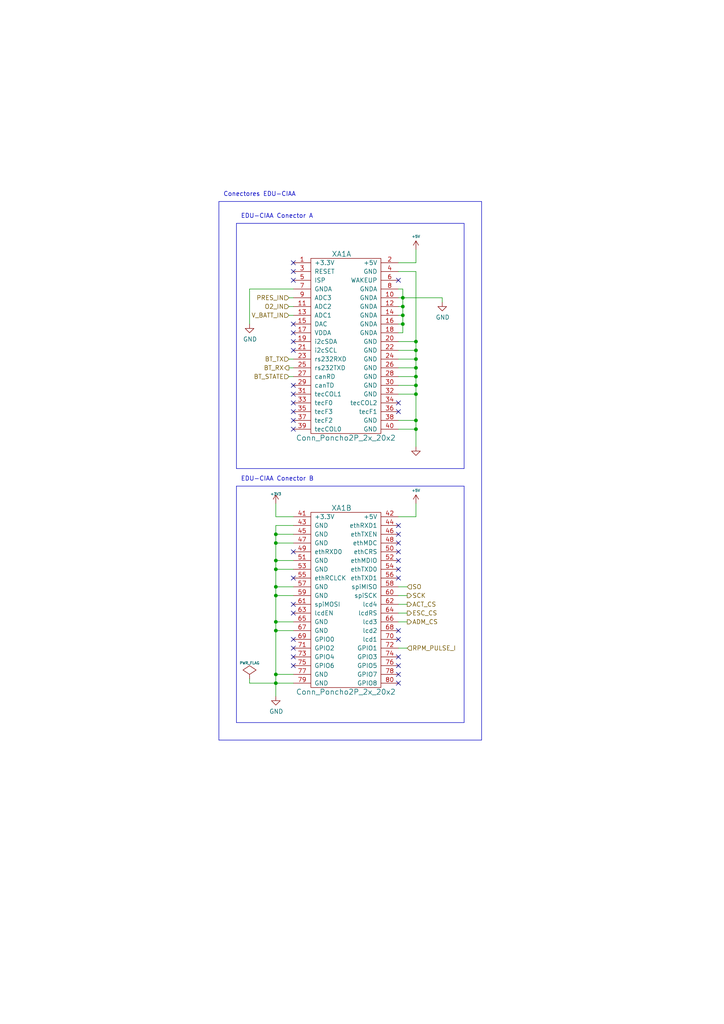
<source format=kicad_sch>
(kicad_sch (version 20230121) (generator eeschema)
  (paper "A4" portrait)
  (title_block (title "Conectores EDU-CIAA") (date "2021-12-19") (rev "1.0") (company "Autor: Ignacio Moya") (comment 1 "Especialización en Sistemas Embebidos 2021 - FIUBA"))
  (lib_symbols
    (symbol "basico-rescue:+3.3V" (power) (pin_names (offset 0))
      (property "Value" "+3.3V" (at 0 3.556 0))
      (symbol "+3.3V_0_1"
        (polyline (pts (xy -0.762 1.27) (xy 0 2.54)))
        (polyline (pts (xy 0 0) (xy 0 2.54)))
        (polyline (pts (xy 0 2.54) (xy 0.762 1.27)))
      )
      (symbol "+3.3V_1_1"
        (pin power_in line (at 0 0 90) (length 0) hide (name "+3V3") (number "1"))
      )
    )
    (symbol "basico-rescue:+5V" (power) (pin_names (offset 0))
      (property "Value" "+5V" (at 0 3.556 0))
      (symbol "+5V_0_1"
        (polyline (pts (xy -0.762 1.27) (xy 0 2.54)))
        (polyline (pts (xy 0 0) (xy 0 2.54)))
        (polyline (pts (xy 0 2.54) (xy 0.762 1.27)))
      )
      (symbol "+5V_1_1"
        (pin power_in line (at 0 0 90) (length 0) hide (name "+5V") (number "1"))
      )
    )
    (symbol "basico-rescue:Conn_Poncho2P_2x_20x2" (pin_names (offset 1.016))
      (property "Reference" "XA" (at 7.62 10.16 0))
      (property "Value" "Conn_Poncho2P_2x_20x2" (at 8.89 -43.18 0))
      (symbol "Conn_Poncho2P_2x_20x2_0_1"
        (rectangle (start -1.27 8.89) (end 19.05 -41.91))
      )
      (symbol "Conn_Poncho2P_2x_20x2_1_1"
        (pin power_out line (at -6.35 7.62 0) (length 5.08) (name "+3.3V") (number "1"))
        (pin passive line (at 24.13 -2.54 180) (length 5.08) (name "GNDA") (number "10"))
        (pin passive line (at -6.35 -5.08 0) (length 5.08) (name "ADC2") (number "11"))
        (pin passive line (at 24.13 -5.08 180) (length 5.08) (name "GNDA") (number "12"))
        (pin passive line (at -6.35 -7.62 0) (length 5.08) (name "ADC1") (number "13"))
        (pin passive line (at 24.13 -7.62 180) (length 5.08) (name "GNDA") (number "14"))
        (pin passive line (at -6.35 -10.16 0) (length 5.08) (name "DAC") (number "15"))
        (pin passive line (at 24.13 -10.16 180) (length 5.08) (name "GNDA") (number "16"))
        (pin power_out line (at -6.35 -12.7 0) (length 5.08) (name "VDDA") (number "17"))
        (pin passive line (at 24.13 -12.7 180) (length 5.08) (name "GNDA") (number "18"))
        (pin passive line (at -6.35 -15.24 0) (length 5.08) (name "i2cSDA") (number "19"))
        (pin power_out line (at 24.13 7.62 180) (length 5.08) (name "+5V") (number "2"))
        (pin passive line (at 24.13 -15.24 180) (length 5.08) (name "GND") (number "20"))
        (pin passive line (at -6.35 -17.78 0) (length 5.08) (name "i2cSCL") (number "21"))
        (pin passive line (at 24.13 -17.78 180) (length 5.08) (name "GND") (number "22"))
        (pin passive line (at -6.35 -20.32 0) (length 5.08) (name "rs232RXD") (number "23"))
        (pin passive line (at 24.13 -20.32 180) (length 5.08) (name "GND") (number "24"))
        (pin passive line (at -6.35 -22.86 0) (length 5.08) (name "rs232TXD") (number "25"))
        (pin passive line (at 24.13 -22.86 180) (length 5.08) (name "GND") (number "26"))
        (pin passive line (at -6.35 -25.4 0) (length 5.08) (name "canRD") (number "27"))
        (pin passive line (at 24.13 -25.4 180) (length 5.08) (name "GND") (number "28"))
        (pin passive line (at -6.35 -27.94 0) (length 5.08) (name "canTD") (number "29"))
        (pin input line (at -6.35 5.08 0) (length 5.08) (name "RESET") (number "3"))
        (pin passive line (at 24.13 -27.94 180) (length 5.08) (name "GND") (number "30"))
        (pin passive line (at -6.35 -30.48 0) (length 5.08) (name "tecCOL1") (number "31"))
        (pin passive line (at 24.13 -30.48 180) (length 5.08) (name "GND") (number "32"))
        (pin passive line (at -6.35 -33.02 0) (length 5.08) (name "tecF0") (number "33"))
        (pin passive line (at 24.13 -33.02 180) (length 5.08) (name "tecCOL2") (number "34"))
        (pin passive line (at -6.35 -35.56 0) (length 5.08) (name "tecF3") (number "35"))
        (pin passive line (at 24.13 -35.56 180) (length 5.08) (name "tecF1") (number "36"))
        (pin passive line (at -6.35 -38.1 0) (length 5.08) (name "tecF2") (number "37"))
        (pin passive line (at 24.13 -38.1 180) (length 5.08) (name "GND") (number "38"))
        (pin passive line (at -6.35 -40.64 0) (length 5.08) (name "tecCOL0") (number "39"))
        (pin passive line (at 24.13 5.08 180) (length 5.08) (name "GND") (number "4"))
        (pin passive line (at 24.13 -40.64 180) (length 5.08) (name "GND") (number "40"))
        (pin passive line (at -6.35 2.54 0) (length 5.08) (name "ISP") (number "5"))
        (pin input line (at 24.13 2.54 180) (length 5.08) (name "WAKEUP") (number "6"))
        (pin passive line (at -6.35 0 0) (length 5.08) (name "GNDA") (number "7"))
        (pin passive line (at 24.13 0 180) (length 5.08) (name "GNDA") (number "8"))
        (pin passive line (at -6.35 -2.54 0) (length 5.08) (name "ADC3") (number "9"))
      )
      (symbol "Conn_Poncho2P_2x_20x2_2_1"
        (pin power_out line (at -6.35 7.62 0) (length 5.08) (name "+3.3V") (number "41"))
        (pin power_out line (at 24.13 7.62 180) (length 5.08) (name "+5V") (number "42"))
        (pin passive line (at -6.35 5.08 0) (length 5.08) (name "GND") (number "43"))
        (pin passive line (at 24.13 5.08 180) (length 5.08) (name "ethRXD1") (number "44"))
        (pin passive line (at -6.35 2.54 0) (length 5.08) (name "GND") (number "45"))
        (pin passive line (at 24.13 2.54 180) (length 5.08) (name "ethTXEN") (number "46"))
        (pin passive line (at -6.35 0 0) (length 5.08) (name "GND") (number "47"))
        (pin passive line (at 24.13 0 180) (length 5.08) (name "ethMDC") (number "48"))
        (pin passive line (at -6.35 -2.54 0) (length 5.08) (name "ethRXD0") (number "49"))
        (pin passive line (at 24.13 -2.54 180) (length 5.08) (name "ethCRS") (number "50"))
        (pin passive line (at -6.35 -5.08 0) (length 5.08) (name "GND") (number "51"))
        (pin passive line (at 24.13 -5.08 180) (length 5.08) (name "ethMDIO") (number "52"))
        (pin passive line (at -6.35 -7.62 0) (length 5.08) (name "GND") (number "53"))
        (pin passive line (at 24.13 -7.62 180) (length 5.08) (name "ethTXD0") (number "54"))
        (pin passive line (at -6.35 -10.16 0) (length 5.08) (name "ethRCLCK") (number "55"))
        (pin passive line (at 24.13 -10.16 180) (length 5.08) (name "ethTXD1") (number "56"))
        (pin passive line (at -6.35 -12.7 0) (length 5.08) (name "GND") (number "57"))
        (pin passive line (at 24.13 -12.7 180) (length 5.08) (name "spiMISO") (number "58"))
        (pin passive line (at -6.35 -15.24 0) (length 5.08) (name "GND") (number "59"))
        (pin passive line (at 24.13 -15.24 180) (length 5.08) (name "spiSCK") (number "60"))
        (pin passive line (at -6.35 -17.78 0) (length 5.08) (name "spiMOSI") (number "61"))
        (pin passive line (at 24.13 -17.78 180) (length 5.08) (name "lcd4") (number "62"))
        (pin passive line (at -6.35 -20.32 0) (length 5.08) (name "lcdEN") (number "63"))
        (pin passive line (at 24.13 -20.32 180) (length 5.08) (name "lcdRS") (number "64"))
        (pin passive line (at -6.35 -22.86 0) (length 5.08) (name "GND") (number "65"))
        (pin passive line (at 24.13 -22.86 180) (length 5.08) (name "lcd3") (number "66"))
        (pin passive line (at -6.35 -25.4 0) (length 5.08) (name "GND") (number "67"))
        (pin passive line (at 24.13 -25.4 180) (length 5.08) (name "lcd2") (number "68"))
        (pin passive line (at -6.35 -27.94 0) (length 5.08) (name "GPIO0") (number "69"))
        (pin passive line (at 24.13 -27.94 180) (length 5.08) (name "lcd1") (number "70"))
        (pin passive line (at -6.35 -30.48 0) (length 5.08) (name "GPIO2") (number "71"))
        (pin passive line (at 24.13 -30.48 180) (length 5.08) (name "GPIO1") (number "72"))
        (pin passive line (at -6.35 -33.02 0) (length 5.08) (name "GPIO4") (number "73"))
        (pin passive line (at 24.13 -33.02 180) (length 5.08) (name "GPIO3") (number "74"))
        (pin passive line (at -6.35 -35.56 0) (length 5.08) (name "GPIO6") (number "75"))
        (pin passive line (at 24.13 -35.56 180) (length 5.08) (name "GPIO5") (number "76"))
        (pin passive line (at -6.35 -38.1 0) (length 5.08) (name "GND") (number "77"))
        (pin passive line (at 24.13 -38.1 180) (length 5.08) (name "GPIO7") (number "78"))
        (pin passive line (at -6.35 -40.64 0) (length 5.08) (name "GND") (number "79"))
        (pin passive line (at 24.13 -40.64 180) (length 5.08) (name "GPIO8") (number "80"))
      )
    )
    (symbol "basico-rescue:GND" (power) (pin_names (offset 0))
      (property "Value" "GND" (at 0 -3.81 0))
      (symbol "GND_0_1"
        (polyline (pts (xy 0 0) (xy 0 -1.27) (xy 1.27 -1.27) (xy 0 -2.54) (xy -1.27 -1.27) (xy 0 -1.27)))
      )
      (symbol "GND_1_1"
        (pin power_in line (at 0 0 270) (length 0) hide (name "GND") (number "1"))
      )
    )
    (symbol "basico-rescue:PWR_FLAG" (power) (pin_numbers hide) (pin_names (offset 0) hide)
      (property "Value" "PWR_FLAG" (at 0 4.572 0))
      (symbol "PWR_FLAG_0_0"
        (pin power_out line (at 0 0 90) (length 0) (name "pwr") (number "1"))
      )
      (symbol "PWR_FLAG_0_1"
        (polyline (pts (xy 0 0) (xy 0 1.27) (xy -1.905 2.54) (xy 0 3.81) (xy 1.905 2.54) (xy 0 1.27)))
      )
    )
  )
  (junction (at 80.01 182.88))
  (junction (at 80.01 195.58))
  (junction (at 120.65 99.06))
  (junction (at 120.65 104.14))
  (junction (at 80.01 165.1))
  (junction (at 80.01 198.12))
  (junction (at 120.65 124.46))
  (junction (at 116.84 86.36))
  (junction (at 116.84 91.44))
  (junction (at 80.01 172.72))
  (junction (at 120.65 106.68))
  (junction (at 120.65 109.22))
  (junction (at 120.65 111.76))
  (junction (at 80.01 154.94))
  (junction (at 80.01 180.34))
  (junction (at 120.65 101.6))
  (junction (at 120.65 114.3))
  (junction (at 80.01 170.18))
  (junction (at 80.01 157.48))
  (junction (at 116.84 88.9))
  (junction (at 120.65 121.92))
  (junction (at 80.01 162.56))
  (junction (at 116.84 93.98))
  (no_connect (at 85.09 96.52))
  (no_connect (at 115.57 160.02))
  (no_connect (at 85.09 81.28))
  (no_connect (at 85.09 116.84))
  (no_connect (at 115.57 198.12))
  (no_connect (at 115.57 195.58))
  (no_connect (at 85.09 114.3))
  (no_connect (at 115.57 152.4))
  (no_connect (at 85.09 160.02))
  (no_connect (at 115.57 193.04))
  (no_connect (at 85.09 78.74))
  (no_connect (at 85.09 185.42))
  (no_connect (at 115.57 190.5))
  (no_connect (at 85.09 175.26))
  (no_connect (at 115.57 167.64))
  (no_connect (at 85.09 99.06))
  (no_connect (at 115.57 119.38))
  (no_connect (at 115.57 165.1))
  (no_connect (at 115.57 116.84))
  (no_connect (at 85.09 177.8))
  (no_connect (at 85.09 190.5))
  (no_connect (at 85.09 167.64))
  (no_connect (at 85.09 119.38))
  (no_connect (at 115.57 81.28))
  (no_connect (at 115.57 157.48))
  (no_connect (at 115.57 182.88))
  (no_connect (at 115.57 162.56))
  (no_connect (at 115.57 185.42))
  (no_connect (at 85.09 111.76))
  (no_connect (at 85.09 101.6))
  (no_connect (at 85.09 187.96))
  (no_connect (at 85.09 124.46))
  (no_connect (at 85.09 93.98))
  (no_connect (at 85.09 76.2))
  (no_connect (at 115.57 154.94))
  (no_connect (at 85.09 193.04))
  (no_connect (at 85.09 121.92))
  (wire (pts (xy 120.65 149.86) (xy 120.65 146.05)))
  (wire (pts (xy 120.65 78.74) (xy 120.65 99.06)))
  (wire (pts (xy 120.65 111.76) (xy 120.65 114.3)))
  (wire (pts (xy 80.01 157.48) (xy 80.01 162.56)))
  (wire (pts (xy 80.01 157.48) (xy 85.09 157.48)))
  (wire (pts (xy 72.39 198.12) (xy 80.01 198.12)))
  (polyline (pts (xy 63.5 214.63) (xy 63.5 58.42)))
  (polyline (pts (xy 63.5 214.63) (xy 139.7 214.63)))
  (wire (pts (xy 115.57 177.8) (xy 118.11 177.8)))
  (wire (pts (xy 120.65 76.2) (xy 120.65 72.39)))
  (wire (pts (xy 80.01 162.56) (xy 80.01 165.1)))
  (wire (pts (xy 116.84 83.82) (xy 116.84 86.36)))
  (wire (pts (xy 80.01 172.72) (xy 85.09 172.72)))
  (wire (pts (xy 116.84 88.9) (xy 116.84 91.44)))
  (wire (pts (xy 115.57 91.44) (xy 116.84 91.44)))
  (wire (pts (xy 80.01 182.88) (xy 85.09 182.88)))
  (wire (pts (xy 80.01 180.34) (xy 85.09 180.34)))
  (wire (pts (xy 80.01 195.58) (xy 80.01 198.12)))
  (wire (pts (xy 115.57 124.46) (xy 120.65 124.46)))
  (wire (pts (xy 72.39 83.82) (xy 85.09 83.82)))
  (polyline (pts (xy 134.62 209.55) (xy 68.58 209.55)))
  (wire (pts (xy 120.65 101.6) (xy 120.65 104.14)))
  (wire (pts (xy 120.65 104.14) (xy 120.65 106.68)))
  (polyline (pts (xy 134.62 140.97) (xy 134.62 209.55)))
  (wire (pts (xy 120.65 109.22) (xy 115.57 109.22)))
  (wire (pts (xy 116.84 96.52) (xy 115.57 96.52)))
  (wire (pts (xy 80.01 170.18) (xy 80.01 172.72)))
  (wire (pts (xy 80.01 162.56) (xy 85.09 162.56)))
  (wire (pts (xy 80.01 165.1) (xy 85.09 165.1)))
  (wire (pts (xy 120.65 121.92) (xy 120.65 124.46)))
  (wire (pts (xy 72.39 83.82) (xy 72.39 93.98)))
  (wire (pts (xy 83.82 106.68) (xy 85.09 106.68)))
  (wire (pts (xy 115.57 101.6) (xy 120.65 101.6)))
  (wire (pts (xy 120.65 109.22) (xy 120.65 111.76)))
  (wire (pts (xy 80.01 154.94) (xy 80.01 157.48)))
  (wire (pts (xy 115.57 88.9) (xy 116.84 88.9)))
  (wire (pts (xy 80.01 180.34) (xy 80.01 182.88)))
  (wire (pts (xy 80.01 198.12) (xy 80.01 201.93)))
  (polyline (pts (xy 68.58 140.97) (xy 134.62 140.97)))
  (wire (pts (xy 72.39 198.12) (xy 72.39 196.85)))
  (wire (pts (xy 116.84 91.44) (xy 116.84 93.98)))
  (wire (pts (xy 116.84 86.36) (xy 128.27 86.36)))
  (wire (pts (xy 120.65 124.46) (xy 120.65 129.54)))
  (wire (pts (xy 120.65 106.68) (xy 120.65 109.22)))
  (wire (pts (xy 80.01 152.4) (xy 85.09 152.4)))
  (wire (pts (xy 83.82 104.14) (xy 85.09 104.14)))
  (wire (pts (xy 80.01 195.58) (xy 85.09 195.58)))
  (wire (pts (xy 80.01 170.18) (xy 85.09 170.18)))
  (polyline (pts (xy 68.58 209.55) (xy 68.58 140.97)))
  (wire (pts (xy 116.84 86.36) (xy 116.84 88.9)))
  (polyline (pts (xy 134.62 64.77) (xy 134.62 135.89)))
  (wire (pts (xy 115.57 180.34) (xy 118.11 180.34)))
  (wire (pts (xy 128.27 86.36) (xy 128.27 87.63)))
  (wire (pts (xy 80.01 146.05) (xy 80.01 149.86)))
  (wire (pts (xy 115.57 83.82) (xy 116.84 83.82)))
  (wire (pts (xy 115.57 149.86) (xy 120.65 149.86)))
  (wire (pts (xy 120.65 121.92) (xy 115.57 121.92)))
  (polyline (pts (xy 68.58 64.77) (xy 134.62 64.77)))
  (wire (pts (xy 120.65 99.06) (xy 115.57 99.06)))
  (polyline (pts (xy 68.58 135.89) (xy 68.58 64.77)))
  (wire (pts (xy 115.57 93.98) (xy 116.84 93.98)))
  (wire (pts (xy 120.65 111.76) (xy 115.57 111.76)))
  (wire (pts (xy 115.57 172.72) (xy 118.11 172.72)))
  (wire (pts (xy 80.01 154.94) (xy 85.09 154.94)))
  (wire (pts (xy 115.57 104.14) (xy 120.65 104.14)))
  (wire (pts (xy 83.82 86.36) (xy 85.09 86.36)))
  (wire (pts (xy 80.01 198.12) (xy 85.09 198.12)))
  (wire (pts (xy 83.82 88.9) (xy 85.09 88.9)))
  (wire (pts (xy 120.65 99.06) (xy 120.65 101.6)))
  (wire (pts (xy 115.57 187.96) (xy 118.11 187.96)))
  (wire (pts (xy 116.84 93.98) (xy 116.84 96.52)))
  (wire (pts (xy 80.01 165.1) (xy 80.01 170.18)))
  (wire (pts (xy 83.82 91.44) (xy 85.09 91.44)))
  (polyline (pts (xy 63.5 58.42) (xy 139.7 58.42)))
  (wire (pts (xy 120.65 114.3) (xy 115.57 114.3)))
  (wire (pts (xy 80.01 152.4) (xy 80.01 154.94)))
  (wire (pts (xy 115.57 78.74) (xy 120.65 78.74)))
  (polyline (pts (xy 68.58 135.89) (xy 134.62 135.89)))
  (wire (pts (xy 120.65 114.3) (xy 120.65 121.92)))
  (wire (pts (xy 83.82 109.22) (xy 85.09 109.22)))
  (polyline (pts (xy 139.7 58.42) (xy 139.7 214.63)))
  (wire (pts (xy 115.57 86.36) (xy 116.84 86.36)))
  (wire (pts (xy 120.65 106.68) (xy 115.57 106.68)))
  (wire (pts (xy 115.57 76.2) (xy 120.65 76.2)))
  (wire (pts (xy 80.01 149.86) (xy 85.09 149.86)))
  (wire (pts (xy 80.01 182.88) (xy 80.01 195.58)))
  (wire (pts (xy 80.01 172.72) (xy 80.01 180.34)))
  (wire (pts (xy 115.57 175.26) (xy 118.11 175.26)))
  (wire (pts (xy 115.57 170.18) (xy 118.11 170.18)))
  (text "EDU-CIAA Conector A\n" (at 69.85 63.5 0) (effects (font (size 1.27 1.27)) (justify left bottom)))
  (text "EDU-CIAA Conector B" (at 69.85 139.7 0) (effects (font (size 1.27 1.27)) (justify left bottom)))
  (text "Conectores EDU-CIAA" (at 64.77 57.15 0) (effects (font (size 1.27 1.27)) (justify left bottom)))
  (hierarchical_label "BT_RX" (shape output) (at 83.82 106.68 180))
  (hierarchical_label "V_BATT_IN" (shape input) (at 83.82 91.44 180))
  (hierarchical_label "SCK" (shape output) (at 118.11 172.72 0))
  (hierarchical_label "ADM_CS" (shape output) (at 118.11 180.34 0))
  (hierarchical_label "ACT_CS" (shape output) (at 118.11 175.26 0))
  (hierarchical_label "BT_STATE" (shape input) (at 83.82 109.22 180))
  (hierarchical_label "SO" (shape input) (at 118.11 170.18 0))
  (hierarchical_label "ESC_CS" (shape output) (at 118.11 177.8 0))
  (hierarchical_label "O2_IN" (shape input) (at 83.82 88.9 180))
  (hierarchical_label "RPM_PULSE_I" (shape input) (at 118.11 187.96 0))
  (hierarchical_label "BT_TX" (shape input) (at 83.82 104.14 180))
  (hierarchical_label "PRES_IN" (shape input) (at 83.82 86.36 180))
  (symbol (lib_id "basico-rescue:+5V") (at 120.65 72.39 0) (unit 1)
    (property "Reference" "#PWR0102" (effects hide))
    (property "Value" "+5V" (at 120.65 68.58 0) (effects (font (size 0.762 0.762))))
  )
  (symbol (lib_id "basico-rescue:PWR_FLAG") (at 72.39 196.85 0) (unit 1)
    (property "Reference" "#FLG0101" (effects hide))
    (property "Value" "PWR_FLAG" (at 72.39 192.278 0) (effects (font (size 0.762 0.762))))
  )
  (symbol (lib_id "basico-rescue:Conn_Poncho2P_2x_20x2") (at 91.44 83.82 0) (unit 1)
    (property "Reference" "XA1" (at 99.06 73.66 0) (effects (font (size 1.524 1.524))))
    (property "Value" "Conn_Poncho2P_2x_20x2" (at 100.33 127 0) (effects (font (size 1.524 1.524))))
    (property "Footprint" "footprint:Conn_Poncho_SinBorde" (effects hide))
    (property "Manf" "Harwin" (effects hide))
    (property "Manf#" "M50-3502042" (effects hide))
    (property "Digikey#" "952-1387-ND" (effects hide))
  )
  (symbol (lib_id "basico-rescue:Conn_Poncho2P_2x_20x2") (at 91.44 157.48 0) (unit 2)
    (property "Reference" "XA1" (at 99.06 147.32 0) (effects (font (size 1.524 1.524))))
    (property "Value" "Conn_Poncho2P_2x_20x2" (at 100.33 200.66 0) (effects (font (size 1.524 1.524))))
    (property "Footprint" "footprint:Conn_Poncho_SinBorde" (effects hide))
    (property "Manf" "Harwin" (effects hide))
    (property "Manf#" "M50-3502042" (effects hide))
    (property "Digikey#" "952-1387-ND" (effects hide))
  )
  (symbol (lib_id "basico-rescue:GND") (at 120.65 129.54 0) (unit 1)
    (property "Reference" "#PWR0104" (effects hide))
    (property "Value" "GND" (effects hide))
  )
  (symbol (lib_id "basico-rescue:GND") (at 72.39 93.98 0) (unit 1)
    (property "Reference" "#PWR0113" (effects hide))
    (property "Value" "GND" (at 72.517 98.3742 0))
  )
  (symbol (lib_id "basico-rescue:GND") (at 128.27 87.63 0) (unit 1)
    (property "Reference" "#PWR0114" (effects hide))
    (property "Value" "GND" (at 128.397 92.0242 0))
  )
  (symbol (lib_id "basico-rescue:+3.3V") (at 80.01 146.05 0) (unit 1)
    (property "Reference" "#PWR0103" (effects hide))
    (property "Value" "+3.3V" (at 80.01 143.256 0) (effects (font (size 0.762 0.762))))
  )
  (symbol (lib_id "basico-rescue:+5V") (at 120.65 146.05 0) (unit 1)
    (property "Reference" "#PWR0105" (effects hide))
    (property "Value" "+5V" (at 120.65 142.24 0) (effects (font (size 0.762 0.762))))
  )
  (symbol (lib_id "basico-rescue:GND") (at 80.01 201.93 0) (unit 1)
    (property "Reference" "#PWR0106" (effects hide))
    (property "Value" "GND" (at 80.137 206.3242 0))
  )
)
</source>
